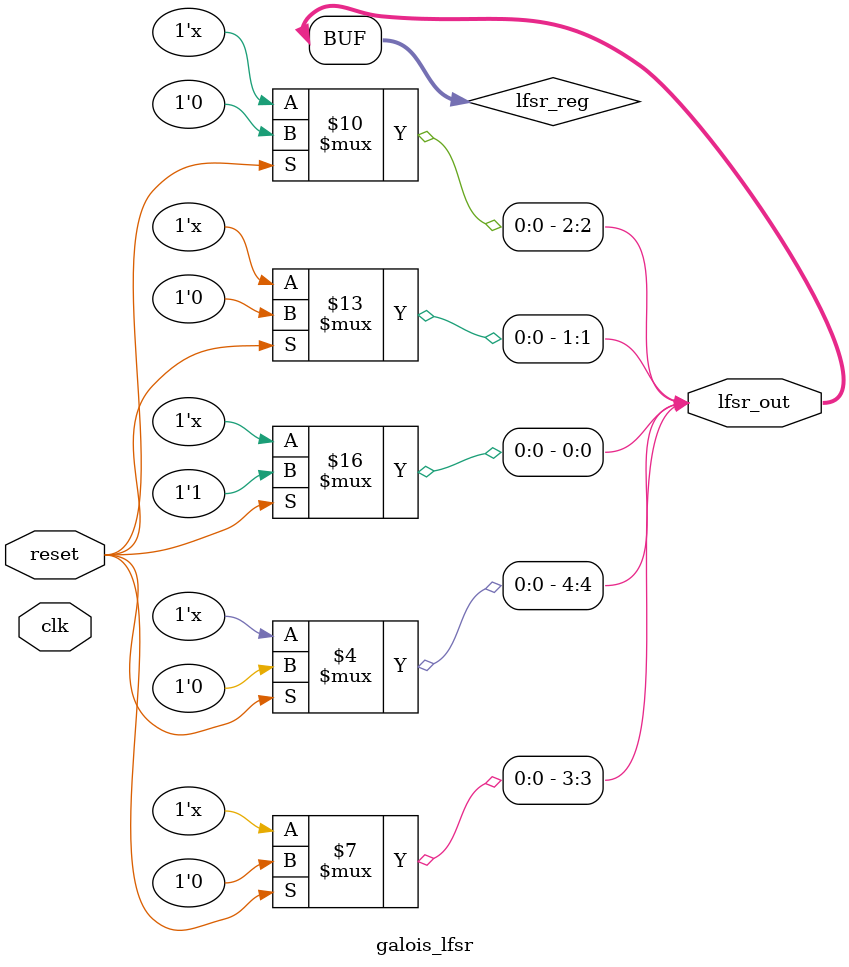
<source format=sv>
module galois_lfsr (
    input logic clk,
    input logic reset,
    output logic [4:0] lfsr_out
);

    logic [4:0] lfsr_reg;

    always @(*) begin
        if (reset) begin
            lfsr_reg = 5'b00001;
        end else begin
            lfsr_reg[0] = lfsr_reg[4] ^ lfsr_reg[3]; // Feedback polynomial: x^5 + x^3 + 1
            lfsr_reg[1] = lfsr_reg[0];
            lfsr_reg[2] = lfsr_reg[1];
            lfsr_reg[3] = lfsr_reg[2];
            lfsr_reg[4] = lfsr_reg[3];
        end
    end

    assign lfsr_out = lfsr_reg;

endmodule
</source>
